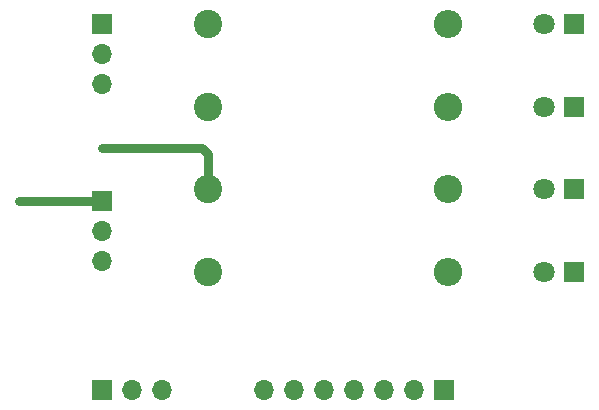
<source format=gbr>
G04 #@! TF.FileFunction,Copper,L1,Top,Signal*
%FSLAX46Y46*%
G04 Gerber Fmt 4.6, Leading zero omitted, Abs format (unit mm)*
G04 Created by KiCad (PCBNEW 4.0.7) date Thu Feb 28 13:47:34 2019*
%MOMM*%
%LPD*%
G01*
G04 APERTURE LIST*
%ADD10C,0.100000*%
%ADD11R,1.800000X1.800000*%
%ADD12C,1.800000*%
%ADD13R,1.700000X1.700000*%
%ADD14O,1.700000X1.700000*%
%ADD15C,2.400000*%
%ADD16O,2.400000X2.400000*%
%ADD17C,0.600000*%
%ADD18C,0.800000*%
G04 APERTURE END LIST*
D10*
D11*
X278500000Y-19000000D03*
D12*
X275960000Y-19000000D03*
D11*
X278500000Y-26000000D03*
D12*
X275960000Y-26000000D03*
D11*
X278500000Y-33000000D03*
D12*
X275960000Y-33000000D03*
D11*
X278500000Y-40000000D03*
D12*
X275960000Y-40000000D03*
D13*
X267500000Y-50000000D03*
D14*
X264960000Y-50000000D03*
X262420000Y-50000000D03*
X259880000Y-50000000D03*
X257340000Y-50000000D03*
X254800000Y-50000000D03*
X252260000Y-50000000D03*
D13*
X238500000Y-50000000D03*
D14*
X241040000Y-50000000D03*
X243580000Y-50000000D03*
D13*
X238500000Y-34000000D03*
D14*
X238500000Y-36540000D03*
X238500000Y-39080000D03*
D13*
X238500000Y-19000000D03*
D14*
X238500000Y-21540000D03*
X238500000Y-24080000D03*
D15*
X247500000Y-19000000D03*
D16*
X267820000Y-19000000D03*
D15*
X247500000Y-26000000D03*
D16*
X267820000Y-26000000D03*
D15*
X247500000Y-33000000D03*
D16*
X267820000Y-33000000D03*
D15*
X247500000Y-40000000D03*
D16*
X267820000Y-40000000D03*
D17*
X231500000Y-34000000D03*
X238500000Y-29500000D03*
D18*
X238500000Y-34000000D02*
X231500000Y-34000000D01*
X247500000Y-33000000D02*
X247500000Y-30000000D01*
X247000000Y-29500000D02*
X238500000Y-29500000D01*
X247500000Y-30000000D02*
X247000000Y-29500000D01*
M02*

</source>
